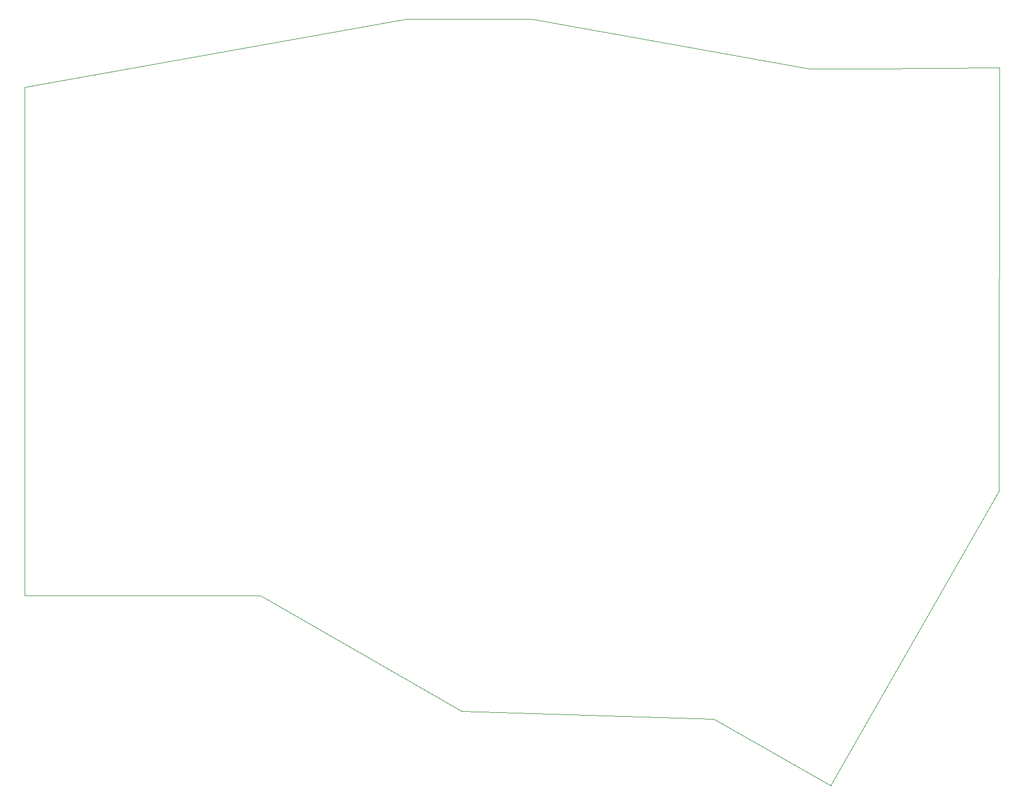
<source format=gbr>
%TF.GenerationSoftware,KiCad,Pcbnew,8.0.8*%
%TF.CreationDate,2025-02-12T11:53:10+01:00*%
%TF.ProjectId,PCB_g,5043425f-672e-46b6-9963-61645f706362,rev?*%
%TF.SameCoordinates,Original*%
%TF.FileFunction,Profile,NP*%
%FSLAX46Y46*%
G04 Gerber Fmt 4.6, Leading zero omitted, Abs format (unit mm)*
G04 Created by KiCad (PCBNEW 8.0.8) date 2025-02-12 11:53:10*
%MOMM*%
%LPD*%
G01*
G04 APERTURE LIST*
%TA.AperFunction,Profile*%
%ADD10C,0.050000*%
%TD*%
G04 APERTURE END LIST*
D10*
X188924001Y-40981300D02*
X198024001Y-40981300D01*
X217780800Y-40835600D01*
X217655600Y-104992000D01*
X192164000Y-149626050D01*
X174504000Y-139538800D01*
X136304000Y-138338800D01*
X105804000Y-120838800D01*
X70081600Y-120841600D01*
X70104000Y-43738800D01*
X127904000Y-33438800D01*
X146904000Y-33438800D01*
X188924001Y-40981300D01*
M02*

</source>
